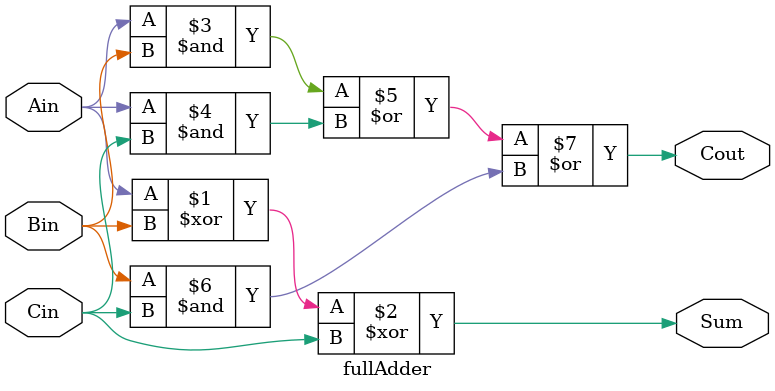
<source format=v>
/*
    * CO224 - Computer Architecture
    * Lab 05 - Part 5
    * 1 Bit Full Adder unit
    * Group 09 (E/20/148, E/20/157)
    * 27-05-2024
    * Version 1.0
*/

//1 Bit Full Adder unit
module fullAdder(Ain,Bin, Cin, Sum, Cout);
    // Input-output Declaration
    input Ain,Bin,Cin;
    output Sum, Cout;

    // Result
    assign Sum = Ain^Bin^Cin;
    assign Cout = (Ain&Bin) | (Ain&Cin) | (Bin&Cin);
    
endmodule
</source>
